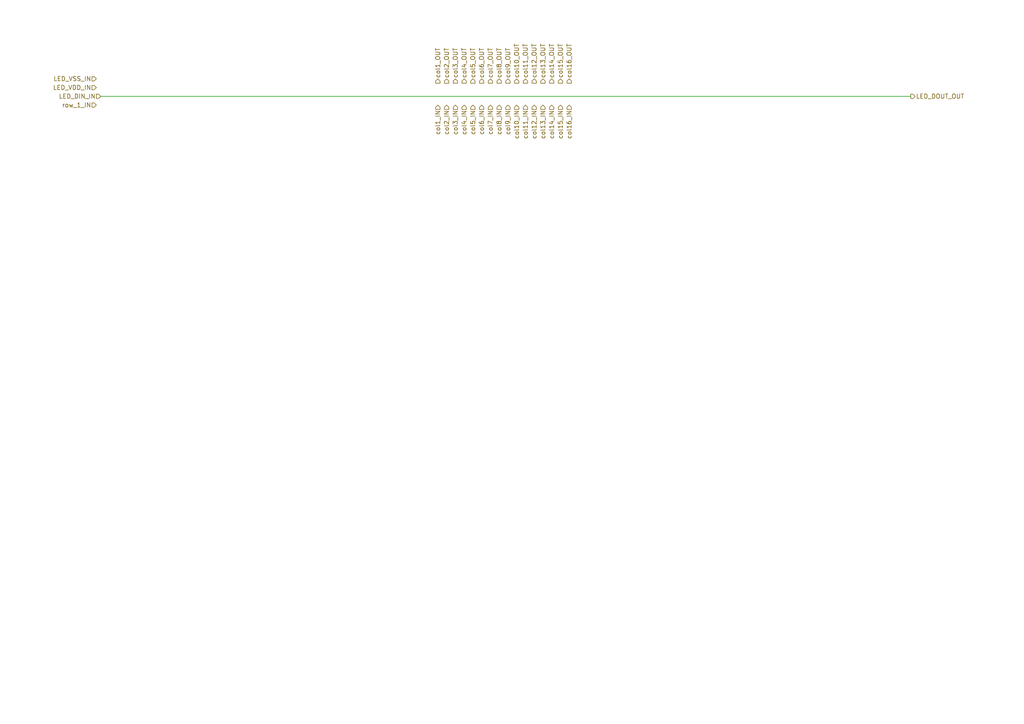
<source format=kicad_sch>
(kicad_sch
	(version 20250114)
	(generator "eeschema")
	(generator_version "9.0")
	(uuid "51722318-9128-4249-9637-0cb8478d632a")
	(paper "A4")
	(lib_symbols)
	(wire
		(pts
			(xy 29.21 27.94) (xy 264.16 27.94)
		)
		(stroke
			(width 0)
			(type default)
		)
		(uuid "35d9b8c3-8f59-4d46-8f1c-61503b899a9e")
	)
	(hierarchical_label "LED_DOUT_OUT"
		(shape output)
		(at 264.16 27.94 0)
		(effects
			(font
				(size 1.27 1.27)
			)
			(justify left)
		)
		(uuid "0288618e-83a4-417e-86a5-9b1d140640a7")
	)
	(hierarchical_label "col12_OUT"
		(shape output)
		(at 154.94 24.13 90)
		(effects
			(font
				(size 1.27 1.27)
			)
			(justify left)
		)
		(uuid "0770f376-32f0-415c-bdb2-c534892e8f61")
	)
	(hierarchical_label "LED_DIN_IN"
		(shape input)
		(at 29.21 27.94 180)
		(effects
			(font
				(size 1.27 1.27)
			)
			(justify right)
		)
		(uuid "155485ce-37e7-48b3-b8e6-27d04d1f7013")
	)
	(hierarchical_label "col4_IN"
		(shape input)
		(at 134.62 30.48 270)
		(effects
			(font
				(size 1.27 1.27)
			)
			(justify right)
		)
		(uuid "180f2fc4-3fbf-42de-958e-384f4adbd605")
	)
	(hierarchical_label "col9_OUT"
		(shape output)
		(at 147.32 24.13 90)
		(effects
			(font
				(size 1.27 1.27)
			)
			(justify left)
		)
		(uuid "23c5b69d-138d-42d7-9df9-886128671287")
	)
	(hierarchical_label "col11_OUT"
		(shape output)
		(at 152.4 24.13 90)
		(effects
			(font
				(size 1.27 1.27)
			)
			(justify left)
		)
		(uuid "28b9ef00-7c3e-45b4-a625-f22cc1a67d0e")
	)
	(hierarchical_label "col15_OUT"
		(shape output)
		(at 162.56 24.13 90)
		(effects
			(font
				(size 1.27 1.27)
			)
			(justify left)
		)
		(uuid "2adfe7bf-05ac-41e8-a225-fdd06d4b73eb")
	)
	(hierarchical_label "col15_IN"
		(shape input)
		(at 162.56 30.48 270)
		(effects
			(font
				(size 1.27 1.27)
			)
			(justify right)
		)
		(uuid "2e44df6d-59e9-401b-bd3f-915a1b333c45")
	)
	(hierarchical_label "col2_OUT"
		(shape output)
		(at 129.54 24.13 90)
		(effects
			(font
				(size 1.27 1.27)
			)
			(justify left)
		)
		(uuid "2ff59b9c-a4a9-40a6-81cf-5826ae629568")
	)
	(hierarchical_label "row_1_IN"
		(shape input)
		(at 27.94 30.48 180)
		(effects
			(font
				(size 1.27 1.27)
			)
			(justify right)
		)
		(uuid "4449f831-d1da-4722-9463-48bb78a835e3")
	)
	(hierarchical_label "col13_IN"
		(shape input)
		(at 157.48 30.48 270)
		(effects
			(font
				(size 1.27 1.27)
			)
			(justify right)
		)
		(uuid "48d03049-c8c3-4861-a5e0-bf3728286d98")
	)
	(hierarchical_label "col14_OUT"
		(shape output)
		(at 160.02 24.13 90)
		(effects
			(font
				(size 1.27 1.27)
			)
			(justify left)
		)
		(uuid "4a3f6281-30a6-4eb1-8691-4233ec5e4403")
	)
	(hierarchical_label "col4_OUT"
		(shape output)
		(at 134.62 24.13 90)
		(effects
			(font
				(size 1.27 1.27)
			)
			(justify left)
		)
		(uuid "51242ef6-909d-433a-ac60-26507127f029")
	)
	(hierarchical_label "col10_IN"
		(shape input)
		(at 149.86 30.48 270)
		(effects
			(font
				(size 1.27 1.27)
			)
			(justify right)
		)
		(uuid "68fbc24d-89b4-4b59-bd62-1cad2e9559b0")
	)
	(hierarchical_label "col5_IN"
		(shape input)
		(at 137.16 30.48 270)
		(effects
			(font
				(size 1.27 1.27)
			)
			(justify right)
		)
		(uuid "6c740eb8-b7b2-4c57-a08e-9e35a1024d8f")
	)
	(hierarchical_label "LED_VDD_IN"
		(shape input)
		(at 27.94 25.4 180)
		(effects
			(font
				(size 1.27 1.27)
			)
			(justify right)
		)
		(uuid "7edb2593-99cb-46e9-b231-51f2d64e0b7b")
	)
	(hierarchical_label "col3_OUT"
		(shape output)
		(at 132.08 24.13 90)
		(effects
			(font
				(size 1.27 1.27)
			)
			(justify left)
		)
		(uuid "81fd5f4a-5553-44cf-a226-7b69b0f8423b")
	)
	(hierarchical_label "col16_OUT"
		(shape output)
		(at 165.1 24.13 90)
		(effects
			(font
				(size 1.27 1.27)
			)
			(justify left)
		)
		(uuid "865addb9-fe31-4b62-92b6-9d06b587fdc6")
	)
	(hierarchical_label "col9_IN"
		(shape input)
		(at 147.32 30.48 270)
		(effects
			(font
				(size 1.27 1.27)
			)
			(justify right)
		)
		(uuid "8e1ca35c-4268-4b7c-a36d-27575a7b31fd")
	)
	(hierarchical_label "col13_OUT"
		(shape output)
		(at 157.48 24.13 90)
		(effects
			(font
				(size 1.27 1.27)
			)
			(justify left)
		)
		(uuid "8f4658d1-e953-4218-b5c3-35893bbab6d6")
	)
	(hierarchical_label "col3_IN"
		(shape input)
		(at 132.08 30.48 270)
		(effects
			(font
				(size 1.27 1.27)
			)
			(justify right)
		)
		(uuid "9820e04f-f520-4309-84ce-ad6c83783b1c")
	)
	(hierarchical_label "col2_IN"
		(shape input)
		(at 129.54 30.48 270)
		(effects
			(font
				(size 1.27 1.27)
			)
			(justify right)
		)
		(uuid "99f9f4fe-2e38-46bb-a2bd-9270a1e13e5c")
	)
	(hierarchical_label "col6_OUT"
		(shape output)
		(at 139.7 24.13 90)
		(effects
			(font
				(size 1.27 1.27)
			)
			(justify left)
		)
		(uuid "a165400f-100b-4ede-9e6f-029f093208d2")
	)
	(hierarchical_label "col8_OUT"
		(shape output)
		(at 144.78 24.13 90)
		(effects
			(font
				(size 1.27 1.27)
			)
			(justify left)
		)
		(uuid "a4a79ef1-2be3-4c93-a7b6-f6126702058e")
	)
	(hierarchical_label "col1_IN"
		(shape input)
		(at 127 30.48 270)
		(effects
			(font
				(size 1.27 1.27)
			)
			(justify right)
		)
		(uuid "a794caf3-24a7-4d7a-87c4-9610812d5681")
	)
	(hierarchical_label "col11_IN"
		(shape input)
		(at 152.4 30.48 270)
		(effects
			(font
				(size 1.27 1.27)
			)
			(justify right)
		)
		(uuid "add927ad-b9d8-47a7-be0a-a6101b25ac7a")
	)
	(hierarchical_label "col16_IN"
		(shape input)
		(at 165.1 30.48 270)
		(effects
			(font
				(size 1.27 1.27)
			)
			(justify right)
		)
		(uuid "b2628b35-7459-4cb1-b84a-faf552a5afd0")
	)
	(hierarchical_label "col1_OUT"
		(shape output)
		(at 127 24.13 90)
		(effects
			(font
				(size 1.27 1.27)
			)
			(justify left)
		)
		(uuid "b33ef1ef-63ab-43bf-a0f4-3557f2720626")
	)
	(hierarchical_label "col12_IN"
		(shape input)
		(at 154.94 30.48 270)
		(effects
			(font
				(size 1.27 1.27)
			)
			(justify right)
		)
		(uuid "b9c284e4-11ca-4bcf-bb0d-ba37427a44a3")
	)
	(hierarchical_label "col5_OUT"
		(shape output)
		(at 137.16 24.13 90)
		(effects
			(font
				(size 1.27 1.27)
			)
			(justify left)
		)
		(uuid "be89e181-d457-4cad-9302-608b13ed61ca")
	)
	(hierarchical_label "col6_IN"
		(shape input)
		(at 139.7 30.48 270)
		(effects
			(font
				(size 1.27 1.27)
			)
			(justify right)
		)
		(uuid "c2ca1556-cf86-4490-b250-5a217fe6f2c6")
	)
	(hierarchical_label "col8_IN"
		(shape input)
		(at 144.78 30.48 270)
		(effects
			(font
				(size 1.27 1.27)
			)
			(justify right)
		)
		(uuid "cbc205f5-2feb-4bc2-b392-e23b2ccd425f")
	)
	(hierarchical_label "col7_OUT"
		(shape output)
		(at 142.24 24.13 90)
		(effects
			(font
				(size 1.27 1.27)
			)
			(justify left)
		)
		(uuid "d5c5a8d0-081b-4732-9769-bf4b80e7461c")
	)
	(hierarchical_label "col14_IN"
		(shape input)
		(at 160.02 30.48 270)
		(effects
			(font
				(size 1.27 1.27)
			)
			(justify right)
		)
		(uuid "d843b9c6-8cff-4d83-b921-6eb8561ed833")
	)
	(hierarchical_label "col10_OUT"
		(shape output)
		(at 149.86 24.13 90)
		(effects
			(font
				(size 1.27 1.27)
			)
			(justify left)
		)
		(uuid "f5bfd0cf-6db3-4e72-b1a9-7fd0239f1da8")
	)
	(hierarchical_label "LED_VSS_IN"
		(shape input)
		(at 27.94 22.86 180)
		(effects
			(font
				(size 1.27 1.27)
			)
			(justify right)
		)
		(uuid "fbb60343-267d-45e9-8393-306ca5e35c8d")
	)
	(hierarchical_label "col7_IN"
		(shape input)
		(at 142.24 30.48 270)
		(effects
			(font
				(size 1.27 1.27)
			)
			(justify right)
		)
		(uuid "fe9ecbcb-9070-4c12-ac15-2c94390b55f5")
	)
)

</source>
